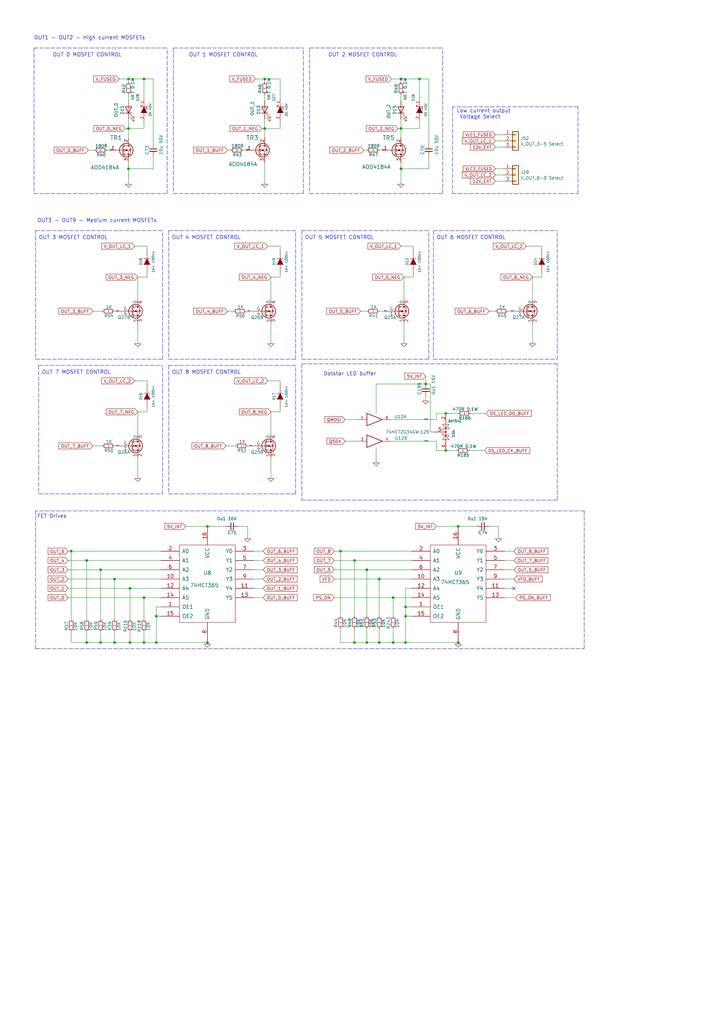
<source format=kicad_sch>
(kicad_sch (version 20211123) (generator eeschema)
  (paper "A3" portrait)
  (title_block (title "Duet 3 Main Board 6XD") (date "2023-02-22") (rev "1.01") (company "Duet3d") (comment 1 "(c) Duet3D"))
  (junction (at 166.37 263.525))
  (junction (at 164.465 52.705))
  (junction (at 108.585 32.385))
  (junction (at 155.575 263.525))
  (junction (at 46.99 263.525))
  (junction (at 108.585 52.705))
  (junction (at 187.96 263.525))
  (junction (at 59.055 263.525))
  (junction (at 41.275 263.525))
  (junction (at 161.29 263.525))
  (junction (at 59.055 32.385))
  (junction (at 172.085 32.385))
  (junction (at 150.495 263.525))
  (junction (at 85.09 215.9))
  (junction (at 35.56 263.525))
  (junction (at 166.37 252.73))
  (junction (at 52.705 32.385))
  (junction (at 150.495 233.68))
  (junction (at 155.575 237.49))
  (junction (at 182.88 184.785))
  (junction (at 35.56 229.87))
  (junction (at 182.88 169.545))
  (junction (at 53.34 263.525))
  (junction (at 161.29 245.11))
  (junction (at 52.705 52.705))
  (junction (at 145.415 263.525))
  (junction (at 164.465 32.385))
  (junction (at 53.34 241.3))
  (junction (at 59.055 245.11))
  (junction (at 85.09 263.525))
  (junction (at 64.135 263.525))
  (junction (at 29.21 226.06))
  (junction (at 166.37 248.92))
  (junction (at 64.135 252.73))
  (junction (at 46.99 237.49))
  (junction (at 164.465 69.215))
  (junction (at 187.96 215.9))
  (junction (at 52.705 69.215))
  (junction (at 174.625 157.48))
  (junction (at 41.275 233.68))
  (junction (at 145.415 229.87))
  (junction (at 139.7 226.06))
  (no_connect (at 210.82 241.3))
  (wire (pts (xy 164.465 52.705) (xy 172.085 52.705)))
  (wire (pts (xy 187.96 169.545) (xy 182.88 169.545)))
  (wire (pts (xy 59.055 52.705) (xy 59.055 50.165)))
  (wire (pts (xy 27.94 233.68) (xy 41.275 233.68)))
  (wire (pts (xy 155.575 252.73) (xy 155.575 237.49)))
  (wire (pts (xy 29.21 254) (xy 29.21 226.06)))
  (wire (pts (xy 175.895 32.385) (xy 175.895 59.055)))
  (wire (pts (xy 27.94 229.87) (xy 35.56 229.87)))
  (wire (pts (xy 85.09 263.525) (xy 85.09 262.89)))
  (wire (pts (xy 139.7 263.525) (xy 145.415 263.525)))
  (wire (pts (xy 165.735 113.665) (xy 165.735 122.555)))
  (wire (pts (xy 154.305 157.48) (xy 174.625 157.48)))
  (wire (pts (xy 27.94 237.49) (xy 46.99 237.49)))
  (wire (pts (xy 137.16 245.11) (xy 161.29 245.11)))
  (wire (pts (xy 35.56 263.525) (xy 29.21 263.525)))
  (polyline (pts (xy 175.895 147.32) (xy 175.895 94.615)))
  (wire (pts (xy 60.325 156.21) (xy 55.245 156.21)))
  (wire (pts (xy 166.37 252.73) (xy 166.37 263.525)))
  (wire (pts (xy 161.29 245.11) (xy 168.91 245.11)))
  (wire (pts (xy 114.935 168.91) (xy 114.935 167.64)))
  (wire (pts (xy 52.705 66.675) (xy 52.705 69.215)))
  (wire (pts (xy 211.455 245.11) (xy 207.01 245.11)))
  (wire (pts (xy 166.37 248.92) (xy 166.37 252.73)))
  (wire (pts (xy 166.37 252.73) (xy 168.91 252.73)))
  (wire (pts (xy 179.07 172.085) (xy 179.07 169.545)))
  (wire (pts (xy 38.1 127.635) (xy 41.91 127.635)))
  (wire (pts (xy 41.275 263.525) (xy 35.56 263.525)))
  (polyline (pts (xy 127 79.375) (xy 181.61 79.375)))
  (wire (pts (xy 52.705 32.385) (xy 52.705 33.655)))
  (wire (pts (xy 41.275 254) (xy 41.275 233.68)))
  (wire (pts (xy 206.375 74.295) (xy 203.2 74.295)))
  (wire (pts (xy 56.515 168.91) (xy 60.325 168.91)))
  (polyline (pts (xy 71.12 19.685) (xy 124.46 19.685)))
  (polyline (pts (xy 123.825 94.615) (xy 123.825 147.32)))
  (wire (pts (xy 99.695 61.595) (xy 100.965 61.595)))
  (polyline (pts (xy 127 19.685) (xy 127 79.375)))
  (wire (pts (xy 114.935 52.705) (xy 114.935 50.165)))
  (wire (pts (xy 199.39 169.545) (xy 193.04 169.545)))
  (wire (pts (xy 35.56 229.87) (xy 66.04 229.87)))
  (wire (pts (xy 206.375 71.755) (xy 203.2 71.755)))
  (wire (pts (xy 107.95 245.11) (xy 104.14 245.11)))
  (polyline (pts (xy 177.8 147.32) (xy 228.6 147.32)))
  (wire (pts (xy 27.94 245.11) (xy 59.055 245.11)))
  (polyline (pts (xy 14.605 94.615) (xy 14.605 147.32)))
  (wire (pts (xy 145.415 229.87) (xy 168.91 229.87)))
  (wire (pts (xy 52.705 48.895) (xy 52.705 52.705)))
  (wire (pts (xy 64.135 263.525) (xy 85.09 263.525)))
  (wire (pts (xy 64.135 252.73) (xy 66.04 252.73)))
  (wire (pts (xy 108.585 32.385) (xy 108.585 33.655)))
  (wire (pts (xy 172.085 32.385) (xy 175.895 32.385)))
  (wire (pts (xy 45.085 61.595) (xy 43.815 61.595)))
  (wire (pts (xy 56.515 168.91) (xy 56.515 177.8)))
  (wire (pts (xy 179.07 215.9) (xy 187.96 215.9)))
  (wire (pts (xy 107.95 237.49) (xy 104.14 237.49)))
  (wire (pts (xy 64.135 263.525) (xy 59.055 263.525)))
  (wire (pts (xy 174.625 162.56) (xy 174.625 164.465)))
  (wire (pts (xy 52.705 38.735) (xy 52.705 41.275)))
  (wire (pts (xy 114.935 157.48) (xy 114.935 156.21)))
  (wire (pts (xy 60.325 113.665) (xy 60.325 112.395)))
  (wire (pts (xy 200.66 215.9) (xy 204.47 215.9)))
  (polyline (pts (xy 69.215 149.86) (xy 69.215 202.565)))
  (wire (pts (xy 172.085 40.005) (xy 172.085 32.385)))
  (wire (pts (xy 38.1 182.88) (xy 41.91 182.88)))
  (wire (pts (xy 154.305 183.515) (xy 154.305 189.865)))
  (wire (pts (xy 41.275 233.68) (xy 66.04 233.68)))
  (polyline (pts (xy 69.215 94.615) (xy 69.215 147.32)))
  (wire (pts (xy 155.575 237.49) (xy 168.91 237.49)))
  (wire (pts (xy 164.465 69.215) (xy 164.465 75.565)))
  (polyline (pts (xy 69.215 94.615) (xy 121.285 94.615)))
  (polyline (pts (xy 228.6 149.225) (xy 123.825 149.225)))
  (wire (pts (xy 46.99 263.525) (xy 41.275 263.525)))
  (wire (pts (xy 111.125 168.91) (xy 114.935 168.91)))
  (polyline (pts (xy 124.46 79.375) (xy 124.46 19.685)))
  (polyline (pts (xy 14.605 147.32) (xy 66.675 147.32)))
  (polyline (pts (xy 15.875 149.86) (xy 15.875 202.565)))
  (wire (pts (xy 179.07 169.545) (xy 182.88 169.545)))
  (wire (pts (xy 164.465 66.675) (xy 164.465 69.215)))
  (polyline (pts (xy 239.649 266.065) (xy 239.649 209.55)))
  (wire (pts (xy 150.495 252.73) (xy 150.495 233.68)))
  (polyline (pts (xy 239.649 209.55) (xy 14.605 209.55)))
  (wire (pts (xy 218.44 132.715) (xy 218.44 140.97)))
  (wire (pts (xy 46.99 127.635) (xy 48.895 127.635)))
  (wire (pts (xy 175.895 64.135) (xy 175.895 69.215)))
  (polyline (pts (xy 228.6 147.32) (xy 228.6 94.615)))
  (polyline (pts (xy 69.215 147.32) (xy 121.285 147.32)))
  (polyline (pts (xy 14.605 266.065) (xy 239.649 266.065)))
  (wire (pts (xy 161.29 257.81) (xy 161.29 263.525)))
  (wire (pts (xy 204.47 215.9) (xy 204.47 220.98)))
  (wire (pts (xy 114.935 102.235) (xy 114.935 100.965)))
  (wire (pts (xy 165.735 113.665) (xy 169.545 113.665)))
  (wire (pts (xy 187.325 184.785) (xy 182.88 184.785)))
  (wire (pts (xy 107.95 229.87) (xy 104.14 229.87)))
  (polyline (pts (xy 127 19.685) (xy 181.61 19.685)))
  (wire (pts (xy 60.325 100.965) (xy 55.245 100.965)))
  (wire (pts (xy 174.625 157.48) (xy 174.625 154.305)))
  (wire (pts (xy 62.865 69.215) (xy 52.705 69.215)))
  (wire (pts (xy 169.545 113.665) (xy 169.545 112.395)))
  (wire (pts (xy 56.515 187.96) (xy 56.515 196.215)))
  (wire (pts (xy 36.195 61.595) (xy 38.735 61.595)))
  (wire (pts (xy 203.2 55.245) (xy 206.375 55.245)))
  (wire (pts (xy 114.935 156.21) (xy 109.855 156.21)))
  (wire (pts (xy 108.585 48.895) (xy 108.585 52.705)))
  (wire (pts (xy 169.545 102.235) (xy 169.545 100.965)))
  (wire (pts (xy 64.135 248.92) (xy 64.135 252.73)))
  (wire (pts (xy 114.935 113.665) (xy 114.935 112.395)))
  (wire (pts (xy 92.71 182.88) (xy 96.52 182.88)))
  (wire (pts (xy 85.09 215.9) (xy 92.71 215.9)))
  (wire (pts (xy 155.575 127.635) (xy 158.115 127.635)))
  (wire (pts (xy 114.935 40.005) (xy 114.935 32.385)))
  (wire (pts (xy 172.085 52.705) (xy 172.085 50.165)))
  (polyline (pts (xy 71.12 19.685) (xy 71.12 79.375)))
  (wire (pts (xy 111.125 113.665) (xy 114.935 113.665)))
  (polyline (pts (xy 69.215 202.565) (xy 121.285 202.565)))
  (wire (pts (xy 207.01 241.3) (xy 210.82 241.3)))
  (wire (pts (xy 107.95 233.68) (xy 104.14 233.68)))
  (wire (pts (xy 35.56 254) (xy 35.56 229.87)))
  (wire (pts (xy 100.965 127.635) (xy 103.505 127.635)))
  (wire (pts (xy 166.37 248.92) (xy 166.37 241.3)))
  (wire (pts (xy 62.865 32.385) (xy 62.865 59.055)))
  (wire (pts (xy 149.225 61.595) (xy 150.495 61.595)))
  (wire (pts (xy 176.53 177.165) (xy 177.8 177.165)))
  (wire (pts (xy 60.325 168.91) (xy 60.325 167.64)))
  (polyline (pts (xy 123.825 205.105) (xy 228.6 205.105)))
  (wire (pts (xy 156.845 61.595) (xy 155.575 61.595)))
  (wire (pts (xy 137.16 226.06) (xy 139.7 226.06)))
  (wire (pts (xy 175.895 69.215) (xy 164.465 69.215)))
  (wire (pts (xy 76.2 215.9) (xy 85.09 215.9)))
  (polyline (pts (xy 15.875 149.86) (xy 66.675 149.86)))
  (wire (pts (xy 160.655 172.085) (xy 179.07 172.085)))
  (wire (pts (xy 206.375 57.785) (xy 203.2 57.785)))
  (polyline (pts (xy 123.825 147.32) (xy 175.895 147.32)))
  (wire (pts (xy 179.07 184.785) (xy 182.88 184.785)))
  (wire (pts (xy 218.44 113.665) (xy 222.25 113.665)))
  (wire (pts (xy 52.705 56.515) (xy 52.705 52.705)))
  (wire (pts (xy 222.25 100.965) (xy 215.9 100.965)))
  (polyline (pts (xy 185.674 79.375) (xy 237.109 79.375)))
  (wire (pts (xy 114.935 100.965) (xy 109.855 100.965)))
  (wire (pts (xy 179.07 180.975) (xy 179.07 184.785)))
  (polyline (pts (xy 123.825 94.615) (xy 175.895 94.615)))
  (wire (pts (xy 111.125 168.91) (xy 111.125 177.8)))
  (wire (pts (xy 27.94 226.06) (xy 29.21 226.06)))
  (wire (pts (xy 59.055 254) (xy 59.055 245.11)))
  (wire (pts (xy 46.99 254) (xy 46.99 237.49)))
  (polyline (pts (xy 14.605 94.615) (xy 66.675 94.615)))
  (wire (pts (xy 59.055 32.385) (xy 62.865 32.385)))
  (wire (pts (xy 107.95 226.06) (xy 104.14 226.06)))
  (wire (pts (xy 187.96 264.16) (xy 187.96 263.525)))
  (polyline (pts (xy 13.97 79.375) (xy 68.58 79.375)))
  (wire (pts (xy 187.96 263.525) (xy 187.96 262.89)))
  (polyline (pts (xy 121.285 147.32) (xy 121.285 94.615)))
  (wire (pts (xy 108.585 66.675) (xy 108.585 75.565)))
  (polyline (pts (xy 14.605 209.55) (xy 14.605 266.065)))
  (wire (pts (xy 155.575 257.81) (xy 155.575 263.525)))
  (wire (pts (xy 108.585 52.705) (xy 107.315 52.705)))
  (wire (pts (xy 85.09 264.16) (xy 85.09 263.525)))
  (wire (pts (xy 207.01 233.68) (xy 210.82 233.68)))
  (wire (pts (xy 56.515 132.715) (xy 56.515 140.97)))
  (polyline (pts (xy 68.58 79.375) (xy 68.58 19.685)))
  (wire (pts (xy 137.16 229.87) (xy 145.415 229.87)))
  (wire (pts (xy 169.545 100.965) (xy 164.465 100.965)))
  (polyline (pts (xy 15.875 202.565) (xy 66.675 202.565)))
  (wire (pts (xy 155.575 263.525) (xy 161.29 263.525)))
  (polyline (pts (xy 66.675 147.32) (xy 66.675 94.615)))
  (polyline (pts (xy 121.285 202.565) (xy 121.285 149.86)))
  (wire (pts (xy 111.125 113.665) (xy 111.125 122.555)))
  (polyline (pts (xy 71.12 79.375) (xy 124.46 79.375)))
  (wire (pts (xy 101.6 215.9) (xy 101.6 220.98)))
  (wire (pts (xy 59.055 245.11) (xy 66.04 245.11)))
  (wire (pts (xy 206.375 60.325) (xy 203.2 60.325)))
  (wire (pts (xy 137.16 237.49) (xy 155.575 237.49)))
  (wire (pts (xy 164.465 56.515) (xy 164.465 52.705)))
  (wire (pts (xy 160.655 180.975) (xy 179.07 180.975)))
  (wire (pts (xy 59.055 40.005) (xy 59.055 32.385)))
  (wire (pts (xy 174.625 157.48) (xy 176.53 157.48)))
  (wire (pts (xy 218.44 113.665) (xy 218.44 122.555)))
  (wire (pts (xy 200.66 127.635) (xy 203.2 127.635)))
  (wire (pts (xy 208.28 127.635) (xy 210.82 127.635)))
  (wire (pts (xy 97.79 215.9) (xy 101.6 215.9)))
  (wire (pts (xy 145.415 263.525) (xy 150.495 263.525)))
  (wire (pts (xy 111.125 132.715) (xy 111.125 140.97)))
  (wire (pts (xy 141.605 180.975) (xy 146.685 180.975)))
  (wire (pts (xy 164.465 52.705) (xy 163.195 52.705)))
  (polyline (pts (xy 185.674 43.815) (xy 185.674 79.375)))
  (wire (pts (xy 150.495 233.68) (xy 168.91 233.68)))
  (wire (pts (xy 60.325 157.48) (xy 60.325 156.21)))
  (wire (pts (xy 29.21 259.08) (xy 29.21 263.525)))
  (wire (pts (xy 160.655 32.385) (xy 164.465 32.385)))
  (wire (pts (xy 187.96 215.9) (xy 195.58 215.9)))
  (wire (pts (xy 154.305 157.48) (xy 154.305 169.545)))
  (wire (pts (xy 108.585 32.385) (xy 114.935 32.385)))
  (wire (pts (xy 46.99 237.49) (xy 66.04 237.49)))
  (wire (pts (xy 93.345 61.595) (xy 94.615 61.595)))
  (wire (pts (xy 164.465 48.895) (xy 164.465 52.705)))
  (wire (pts (xy 150.495 263.525) (xy 155.575 263.525)))
  (wire (pts (xy 222.25 102.235) (xy 222.25 100.965)))
  (polyline (pts (xy 177.8 94.615) (xy 228.6 94.615)))
  (wire (pts (xy 137.16 233.68) (xy 150.495 233.68)))
  (wire (pts (xy 66.04 248.92) (xy 64.135 248.92)))
  (wire (pts (xy 161.29 252.73) (xy 161.29 245.11)))
  (wire (pts (xy 56.515 113.665) (xy 56.515 122.555)))
  (wire (pts (xy 203.2 69.215) (xy 206.375 69.215)))
  (wire (pts (xy 53.34 263.525) (xy 46.99 263.525)))
  (wire (pts (xy 52.705 52.705) (xy 51.435 52.705)))
  (wire (pts (xy 53.34 254) (xy 53.34 241.3)))
  (wire (pts (xy 164.465 32.385) (xy 164.465 33.655)))
  (wire (pts (xy 104.775 32.385) (xy 108.585 32.385)))
  (polyline (pts (xy 237.109 43.815) (xy 185.674 43.815)))
  (wire (pts (xy 35.56 259.08) (xy 35.56 263.525)))
  (wire (pts (xy 108.585 56.515) (xy 108.585 52.705)))
  (wire (pts (xy 145.415 257.81) (xy 145.415 263.525)))
  (wire (pts (xy 41.275 259.08) (xy 41.275 263.525)))
  (wire (pts (xy 207.01 237.49) (xy 210.82 237.49)))
  (wire (pts (xy 164.465 32.385) (xy 172.085 32.385)))
  (wire (pts (xy 29.21 226.06) (xy 66.04 226.06)))
  (wire (pts (xy 108.585 52.705) (xy 114.935 52.705)))
  (wire (pts (xy 46.99 182.88) (xy 48.895 182.88)))
  (wire (pts (xy 59.055 263.525) (xy 53.34 263.525)))
  (polyline (pts (xy 69.215 149.86) (xy 121.285 149.86)))
  (wire (pts (xy 64.135 252.73) (xy 64.135 263.525)))
  (wire (pts (xy 207.01 226.06) (xy 210.82 226.06)))
  (polyline (pts (xy 66.675 202.565) (xy 66.675 149.86)))
  (wire (pts (xy 161.29 263.525) (xy 166.37 263.525)))
  (polyline (pts (xy 237.109 79.375) (xy 237.109 43.815)))
  (wire (pts (xy 141.605 172.085) (xy 146.685 172.085)))
  (wire (pts (xy 60.325 102.235) (xy 60.325 100.965)))
  (wire (pts (xy 207.01 229.87) (xy 210.82 229.87)))
  (wire (pts (xy 52.705 52.705) (xy 59.055 52.705)))
  (wire (pts (xy 108.585 38.735) (xy 108.585 41.275)))
  (wire (pts (xy 145.415 252.73) (xy 145.415 229.87)))
  (wire (pts (xy 111.125 187.96) (xy 111.125 196.215)))
  (wire (pts (xy 53.34 241.3) (xy 66.04 241.3)))
  (wire (pts (xy 139.7 257.81) (xy 139.7 263.525)))
  (polyline (pts (xy 177.8 94.615) (xy 177.8 147.32)))
  (wire (pts (xy 139.7 226.06) (xy 168.91 226.06)))
  (wire (pts (xy 165.735 132.715) (xy 165.735 140.97)))
  (wire (pts (xy 150.495 257.81) (xy 150.495 263.525)))
  (polyline (pts (xy 228.6 205.105) (xy 228.6 149.225)))
  (polyline (pts (xy 13.97 19.685) (xy 13.97 79.375)))
  (wire (pts (xy 222.25 113.665) (xy 222.25 112.395)))
  (wire (pts (xy 59.055 259.08) (xy 59.055 263.525)))
  (wire (pts (xy 53.34 259.08) (xy 53.34 263.525)))
  (wire (pts (xy 168.91 248.92) (xy 166.37 248.92)))
  (wire (pts (xy 166.37 263.525) (xy 187.96 263.525)))
  (wire (pts (xy 164.465 38.735) (xy 164.465 41.275)))
  (wire (pts (xy 176.53 157.48) (xy 176.53 177.165)))
  (wire (pts (xy 198.755 184.785) (xy 192.405 184.785)))
  (wire (pts (xy 56.515 113.665) (xy 60.325 113.665)))
  (wire (pts (xy 48.895 32.385) (xy 52.705 32.385)))
  (wire (pts (xy 52.705 32.385) (xy 59.055 32.385)))
  (wire (pts (xy 46.99 259.08) (xy 46.99 263.525)))
  (wire (pts (xy 101.6 182.88) (xy 103.505 182.88)))
  (wire (pts (xy 166.37 241.3) (xy 168.91 241.3)))
  (wire (pts (xy 147.955 127.635) (xy 150.495 127.635)))
  (wire (pts (xy 62.865 64.135) (xy 62.865 69.215)))
  (wire (pts (xy 107.95 241.3) (xy 104.14 241.3)))
  (wire (pts (xy 139.7 252.73) (xy 139.7 226.06)))
  (wire (pts (xy 52.705 69.215) (xy 52.705 75.565)))
  (polyline (pts (xy 181.61 79.375) (xy 181.61 19.685)))
  (wire (pts (xy 27.94 241.3) (xy 53.34 241.3)))
  (polyline (pts (xy 123.825 149.225) (xy 123.825 205.105)))
  (polyline (pts (xy 13.97 19.685) (xy 68.58 19.685)))
  (wire (pts (xy 93.345 127.635) (xy 95.885 127.635)))
  (text "Dotstar LED buffer" (at 132.715 154.305 0) (effects (font (size 1.524 1.524)) (justify left bottom)))
  (text "OUT 0 MOSFET CONTROL" (at 21.59 23.495 0) (effects (font (size 1.524 1.524)) (justify left bottom)))
  (text "OUT 7 MOSFET CONTROL" (at 17.145 153.67 0) (effects (font (size 1.524 1.524)) (justify left bottom)))
  (text "OUT3 - OUT9 - Medium current MOSFETs" (at 15.24 91.44 0) (effects (font (size 1.524 1.524)) (justify left bottom)))
  (text "OUT 2 MOSFET CONTROL" (at 134.62 23.495 0) (effects (font (size 1.524 1.524)) (justify left bottom)))
  (text "OUT 5 MOSFET CONTROL" (at 125.095 98.425 0) (effects (font (size 1.524 1.524)) (justify left bottom)))
  (text "OUT 8 MOSFET CONTROL" (at 70.485 153.67 0) (effects (font (size 1.524 1.524)) (justify left bottom)))
  (text "OUT 6 MOSFET CONTROL" (at 179.07 98.425 0) (effects (font (size 1.524 1.524)) (justify left bottom)))
  (text "FET Drives" (at 15.24 212.725 0) (effects (font (size 1.524 1.524)) (justify left bottom)))
  (text "OUT 4 MOSFET CONTROL" (at 70.485 98.425 0) (effects (font (size 1.524 1.524)) (justify left bottom)))
  (text "OUT 3 MOSFET CONTROL" (at 15.875 98.425 0) (effects (font (size 1.524 1.524)) (justify left bottom)))
  (text "OUT 1 MOSFET CONTROL" (at 77.47 23.495 0) (effects (font (size 1.524 1.524)) (justify left bottom)))
  (text "Low current output\n Voltage Select" (at 187.325 48.895 0) (effects (font (size 1.524 1.524)) (justify left bottom)))
  (text "OUT1 - OUT2 - High current MOSFETs" (at 13.97 16.51 0) (effects (font (size 1.524 1.524)) (justify left bottom)))
  (label "out3_g" (at 47.625 127.635 0) (effects (font (size 0.2032 0.2032))))
  (label "TR1_G" (at 45.085 61.595 0) (effects (font (size 0.2032 0.2032))))
  (label "out8_g" (at 102.235 182.88 0) (effects (font (size 0.2032 0.2032))))
  (label "U12_OUTB" (at 173.99 180.975 0) (effects (font (size 0.2032 0.2032))))
  (label "out7_g" (at 47.625 182.88 0) (effects (font (size 0.2032 0.2032))))
  (label "U12_OUTA" (at 173.99 172.085 0) (effects (font (size 0.2032 0.2032))))
  (label "TR3_G" (at 100.965 61.595 0) (effects (font (size 0.2032 0.2032))))
  (label "TR5_G" (at 156.845 61.595 0) (effects (font (size 0.2032 0.2032))))
  (label "out6_g" (at 209.55 127.635 0) (effects (font (size 0.2032 0.2032))))
  (label "out4_g" (at 101.6 127.635 0) (effects (font (size 0.2032 0.2032))))
  (label "out5_g" (at 157.48 127.635 0) (effects (font (size 0.2032 0.2032))))
  (global_label "QMOSI" (shape input) (at 141.605 172.085 180) (property "Intersheet References" "${INTERSHEET_REFS}" (effects hide)))
  (global_label "DS_LED_DO_BUFF" (shape input) (at 199.39 169.545 0) (property "Intersheet References" "${INTERSHEET_REFS}" (effects hide)))
  (global_label "OUT_6_BUFF" (shape input) (at 107.95 226.06 0) (property "Intersheet References" "${INTERSHEET_REFS}" (effects hide)))
  (global_label "OUT_1_BUFF" (shape input) (at 107.95 241.3 0) (property "Intersheet References" "${INTERSHEET_REFS}" (effects hide)))
  (global_label "OUT_6_NEG" (shape input) (at 218.44 113.665 180) (property "Intersheet References" "${INTERSHEET_REFS}" (effects hide)))
  (global_label "OUT_8_BUFF" (shape input) (at 92.71 182.88 180) (property "Intersheet References" "${INTERSHEET_REFS}" (effects hide)))
  (global_label "OUT_7" (shape input) (at 137.16 229.87 180) (property "Intersheet References" "${INTERSHEET_REFS}" (effects hide)))
  (global_label "V_FUSED" (shape input) (at 160.655 32.385 180) (property "Intersheet References" "${INTERSHEET_REFS}" (effects hide)))
  (global_label "VFD_BUFF" (shape input) (at 210.82 237.49 0) (property "Intersheet References" "${INTERSHEET_REFS}" (effects hide)))
  (global_label "5V_INT" (shape input) (at 76.2 215.9 180) (property "Intersheet References" "${INTERSHEET_REFS}" (effects hide)))
  (global_label "OUT_5_BUFF" (shape input) (at 210.82 233.68 0) (property "Intersheet References" "${INTERSHEET_REFS}" (effects hide)))
  (global_label "OUT_4_BUFF" (shape input) (at 107.95 229.87 0) (property "Intersheet References" "${INTERSHEET_REFS}" (effects hide)))
  (global_label "OUT_4_BUFF" (shape input) (at 93.345 127.635 180) (property "Intersheet References" "${INTERSHEET_REFS}" (effects hide)))
  (global_label "OUT_0" (shape input) (at 27.94 245.11 180) (property "Intersheet References" "${INTERSHEET_REFS}" (effects hide)))
  (global_label "12V_EXT" (shape input) (at 203.2 74.295 180) (property "Intersheet References" "${INTERSHEET_REFS}" (effects hide)))
  (global_label "OUT_5_NEG" (shape input) (at 165.735 113.665 180) (property "Intersheet References" "${INTERSHEET_REFS}" (effects hide)))
  (global_label "V_OUT_LC_1" (shape input) (at 109.855 100.965 180) (property "Intersheet References" "${INTERSHEET_REFS}" (effects hide)))
  (global_label "OUT_2" (shape input) (at 27.94 237.49 180) (property "Intersheet References" "${INTERSHEET_REFS}" (effects hide)))
  (global_label "OUT_8_BUFF" (shape input) (at 210.82 226.06 0) (property "Intersheet References" "${INTERSHEET_REFS}" (effects hide)))
  (global_label "OUT_5_BUFF" (shape input) (at 147.955 127.635 180) (property "Intersheet References" "${INTERSHEET_REFS}" (effects hide)))
  (global_label "V_OUT_LC_2" (shape input) (at 109.855 156.21 180) (property "Intersheet References" "${INTERSHEET_REFS}" (effects hide)))
  (global_label "QSCK" (shape input) (at 141.605 180.975 180) (property "Intersheet References" "${INTERSHEET_REFS}" (effects hide)))
  (global_label "VLC2_FUSED" (shape input) (at 203.2 69.215 180) (effects (font (size 1.1938 1.1938))) (property "Intersheet References" "${INTERSHEET_REFS}" (effects hide)))
  (global_label "V_OUT_LC_2" (shape input) (at 55.245 156.21 180) (property "Intersheet References" "${INTERSHEET_REFS}" (effects hide)))
  (global_label "OUT_1_BUFF" (shape input) (at 93.345 61.595 180) (property "Intersheet References" "${INTERSHEET_REFS}" (effects hide)))
  (global_label "OUT_6" (shape input) (at 27.94 226.06 180) (property "Intersheet References" "${INTERSHEET_REFS}" (effects hide)))
  (global_label "OUT_7_NEG" (shape input) (at 56.515 168.91 180) (property "Intersheet References" "${INTERSHEET_REFS}" (effects hide)))
  (global_label "OUT_2_BUFF" (shape input) (at 107.95 237.49 0) (property "Intersheet References" "${INTERSHEET_REFS}" (effects hide)))
  (global_label "OUT_2_NEG" (shape input) (at 163.195 52.705 180) (property "Intersheet References" "${INTERSHEET_REFS}" (effects hide)))
  (global_label "DS_LED_CK_BUFF" (shape input) (at 198.755 184.785 0) (property "Intersheet References" "${INTERSHEET_REFS}" (effects hide)))
  (global_label "OUT_3_BUFF" (shape input) (at 38.1 127.635 180) (property "Intersheet References" "${INTERSHEET_REFS}" (effects hide)))
  (global_label "OUT_2_BUFF" (shape input) (at 149.225 61.595 180) (property "Intersheet References" "${INTERSHEET_REFS}" (effects hide)))
  (global_label "OUT_3_BUFF" (shape input) (at 107.95 233.68 0) (property "Intersheet References" "${INTERSHEET_REFS}" (effects hide)))
  (global_label "OUT_8" (shape input) (at 137.16 226.06 180) (property "Intersheet References" "${INTERSHEET_REFS}" (effects hide)))
  (global_label "V_OUT_LC_2" (shape input) (at 203.2 71.755 180) (property "Intersheet References" "${INTERSHEET_REFS}" (effects hide)))
  (global_label "V_OUT_LC_1" (shape input) (at 55.245 100.965 180) (property "Intersheet References" "${INTERSHEET_REFS}" (effects hide)))
  (global_label "OUT_6_BUFF" (shape input) (at 200.66 127.635 180) (property "Intersheet References" "${INTERSHEET_REFS}" (effects hide)))
  (global_label "5V_INT" (shape input) (at 179.07 215.9 180) (property "Intersheet References" "${INTERSHEET_REFS}" (effects hide)))
  (global_label "V_FUSED" (shape input) (at 48.895 32.385 180) (property "Intersheet References" "${INTERSHEET_REFS}" (effects hide)))
  (global_label "V_OUT_LC_1" (shape input) (at 203.2 57.785 180) (property "Intersheet References" "${INTERSHEET_REFS}" (effects hide)))
  (global_label "PS_ON" (shape input) (at 137.16 245.11 180) (property "Intersheet References" "${INTERSHEET_REFS}" (effects hide)))
  (global_label "VLC1_FUSED" (shape input) (at 203.2 55.245 180) (effects (font (size 1.1938 1.1938))) (property "Intersheet References" "${INTERSHEET_REFS}" (effects hide)))
  (global_label "V_FUSED" (shape input) (at 104.775 32.385 180) (property "Intersheet References" "${INTERSHEET_REFS}" (effects hide)))
  (global_label "OUT_5" (shape input) (at 137.16 233.68 180) (property "Intersheet References" "${INTERSHEET_REFS}" (effects hide)))
  (global_label "OUT_0_BUFF" (shape input) (at 107.95 245.11 0) (property "Intersheet References" "${INTERSHEET_REFS}" (effects hide)))
  (global_label "OUT_4_NEG" (shape input) (at 111.125 113.665 180) (property "Intersheet References" "${INTERSHEET_REFS}" (effects hide)))
  (global_label "OUT_0_BUFF" (shape input) (at 36.195 61.595 180) (property "Intersheet References" "${INTERSHEET_REFS}" (effects hide)))
  (global_label "OUT_3_NEG" (shape input) (at 56.515 113.665 180) (property "Intersheet References" "${INTERSHEET_REFS}" (effects hide)))
  (global_label "VFD" (shape input) (at 137.16 237.49 180) (property "Intersheet References" "${INTERSHEET_REFS}" (effects hide)))
  (global_label "OUT_8_NEG" (shape input) (at 111.125 168.91 180) (property "Intersheet References" "${INTERSHEET_REFS}" (effects hide)))
  (global_label "OUT_1" (shape input) (at 27.94 241.3 180) (property "Intersheet References" "${INTERSHEET_REFS}" (effects hide)))
  (global_label "OUT_7_BUFF" (shape input) (at 38.1 182.88 180) (property "Intersheet References" "${INTERSHEET_REFS}" (effects hide)))
  (global_label "OUT_1_NEG" (shape input) (at 107.315 52.705 180) (property "Intersheet References" "${INTERSHEET_REFS}" (effects hide)))
  (global_label "V_OUT_LC_2" (shape input) (at 215.9 100.965 180) (property "Intersheet References" "${INTERSHEET_REFS}" (effects hide)))
  (global_label "5V_INT" (shape input) (at 174.625 154.305 180) (property "Intersheet References" "${INTERSHEET_REFS}" (effects hide)))
  (global_label "V_OUT_LC_1" (shape input) (at 164.465 100.965 180) (property "Intersheet References" "${INTERSHEET_REFS}" (effects hide)))
  (global_label "12V_EXT" (shape input) (at 203.2 60.325 180) (property "Intersheet References" "${INTERSHEET_REFS}" (effects hide)))
  (global_label "OUT_3" (shape input) (at 27.94 233.68 180) (property "Intersheet References" "${INTERSHEET_REFS}" (effects hide)))
  (global_label "OUT_7_BUFF" (shape input) (at 210.82 229.87 0) (property "Intersheet References" "${INTERSHEET_REFS}" (effects hide)))
  (global_label "PS_ON_BUFF" (shape input) (at 211.455 245.11 0) (property "Intersheet References" "${INTERSHEET_REFS}" (effects hide)))
  (global_label "OUT_4" (shape input) (at 27.94 229.87 180) (property "Intersheet References" "${INTERSHEET_REFS}" (effects hide)))
  (global_label "OUT_0_NEG" (shape input) (at 51.435 52.705 180) (property "Intersheet References" "${INTERSHEET_REFS}" (effects hide)))
  (symbol (lib_name "GND_9") (lib_id "Duet3:GND") (at 165.735 140.97 0) (unit 1)
    (property "Reference" "#PWR055" (effects hide))
    (property "Value" "GND" (effects hide))
  )
  (symbol (lib_id "Device:R_Small") (at 46.99 256.54 180) (unit 1)
    (property "Reference" "R39" (at 45.085 256.7432 90))
    (property "Value" "10K" (at 48.7172 256.8448 90))
    (property "Footprint" "Resistor_SMD:R_0402_1005Metric_Wbry" (effects hide))
    (property "Datasheet" "~" (at 46.99 256.54 0) (effects (font (size 1.524 1.524))))
    (property "Part Number" "RMCS0402FT10K0" (effects hide))
  )
  (symbol (lib_id "Device:R_Small") (at 153.035 127.635 270) (unit 1)
    (property "Reference" "R41" (at 153.2382 129.54 90))
    (property "Value" "1K" (at 153.3398 125.9078 90))
    (property "Footprint" "Resistor_SMD:R_0402_1005Metric_Wbry" (effects hide))
    (property "Datasheet" "~" (at 153.035 127.635 0) (effects (font (size 1.524 1.524))))
    (property "Part Number" "RC0402FR-131KL" (effects hide))
  )
  (symbol (lib_id "Duet3:DIODE") (at 169.545 107.315 90) (unit 1)
    (property "Reference" "D12" (at 167.005 107.315 0) (effects (font (size 1.016 1.016))))
    (property "Value" "1A+ 100V+" (at 172.085 107.315 0) (effects (font (size 1.016 1.016))))
    (property "Footprint" "complib:DO-219AB" (effects hide))
    (property "Part Number" "VS-1EFH02HM3/I /  ES1CL RVG" (effects hide))
  )
  (symbol (lib_id "Device:C_Small") (at 95.25 215.9 90) (unit 1)
    (property "Reference" "C71" (at 97.155 218.44 90) (effects (justify left)))
    (property "Value" "0u1 16V" (at 97.155 212.725 90) (effects (justify left)))
    (property "Footprint" "Capacitor_SMD:C_0402_1005Metric_Wbry" (effects hide))
    (property "Part Number" "0402YC104KAT2A" (effects hide))
  )
  (symbol (lib_name "GND_6") (lib_id "Duet3:GND") (at 101.6 220.98 0) (unit 1)
    (property "Reference" "#PWR057" (effects hide))
    (property "Value" "GND" (effects hide))
  )
  (symbol (lib_name "GND_11") (lib_id "Duet3:GND") (at 218.44 140.97 0) (unit 1)
    (property "Reference" "#PWR059" (effects hide))
    (property "Value" "GND" (effects hide))
  )
  (symbol (lib_id "Device:R_Small") (at 139.7 255.27 180) (unit 1)
    (property "Reference" "R44" (at 137.795 255.4732 90))
    (property "Value" "10K" (at 141.4272 255.5748 90))
    (property "Footprint" "Resistor_SMD:R_0402_1005Metric_Wbry" (effects hide))
    (property "Datasheet" "~" (at 139.7 255.27 0) (effects (font (size 1.524 1.524))))
    (property "Part Number" "RMCS0402FT10K0" (effects hide))
  )
  (symbol (lib_id "Device:R_Small") (at 205.74 127.635 270) (unit 1)
    (property "Reference" "R45" (at 205.9432 129.54 90))
    (property "Value" "1K" (at 206.0448 125.9078 90))
    (property "Footprint" "Resistor_SMD:R_0402_1005Metric_Wbry" (effects hide))
    (property "Datasheet" "~" (at 205.74 127.635 0) (effects (font (size 1.524 1.524))))
    (property "Part Number" "RC0402FR-131KL" (effects hide))
  )
  (symbol (lib_id "Duet3:DIODE") (at 222.25 107.315 90) (unit 1)
    (property "Reference" "D14" (at 219.71 107.315 0) (effects (font (size 1.016 1.016))))
    (property "Value" "1A+ 100V+" (at 224.79 107.315 0) (effects (font (size 1.016 1.016))))
    (property "Footprint" "complib:DO-219AB" (effects hide))
    (property "Part Number" "VS-1EFH02HM3/I /  ES1CL RVG" (effects hide))
  )
  (symbol (lib_name "GND_3") (lib_id "Duet3:GND") (at 56.515 196.215 0) (unit 1)
    (property "Reference" "#PWR061" (effects hide))
    (property "Value" "GND" (effects hide))
  )
  (symbol (lib_id "Device:R_Small") (at 145.415 255.27 180) (unit 1)
    (property "Reference" "R48" (at 143.51 255.4732 90))
    (property "Value" "10K" (at 147.1422 255.5748 90))
    (property "Footprint" "Resistor_SMD:R_0402_1005Metric_Wbry" (effects hide))
    (property "Datasheet" "~" (at 145.415 255.27 0) (effects (font (size 1.524 1.524))))
    (property "Part Number" "RMCS0402FT10K0" (effects hide))
  )
  (symbol (lib_id "Device:R_Small") (at 44.45 182.88 270) (unit 1)
    (property "Reference" "R50" (at 44.6532 184.785 90))
    (property "Value" "1K" (at 44.7548 181.1528 90))
    (property "Footprint" "Resistor_SMD:R_0402_1005Metric_Wbry" (effects hide))
    (property "Datasheet" "~" (at 44.45 182.88 0) (effects (font (size 1.524 1.524))))
    (property "Part Number" "RC0402FR-131KL" (effects hide))
  )
  (symbol (lib_id "Duet3:DIODE") (at 60.325 162.56 90) (unit 1)
    (property "Reference" "D16" (at 57.785 162.56 0) (effects (font (size 1.016 1.016))))
    (property "Value" "1A+ 100V+" (at 62.865 162.56 0) (effects (font (size 1.016 1.016))))
    (property "Footprint" "complib:DO-219AB" (effects hide))
    (property "Part Number" "VS-1EFH02HM3/I /  ES1CL RVG" (effects hide))
  )
  (symbol (lib_name "GND_5") (lib_id "Duet3:GND") (at 111.125 196.215 0) (unit 1)
    (property "Reference" "#PWR062" (effects hide))
    (property "Value" "GND" (effects hide))
  )
  (symbol (lib_id "Device:R_Small") (at 150.495 255.27 180) (unit 1)
    (property "Reference" "R51" (at 148.59 255.4732 90))
    (property "Value" "10K" (at 152.2222 255.5748 90))
    (property "Footprint" "Resistor_SMD:R_0402_1005Metric_Wbry" (effects hide))
    (property "Datasheet" "~" (at 150.495 255.27 0) (effects (font (size 1.524 1.524))))
    (property "Part Number" "RMCS0402FT10K0" (effects hide))
  )
  (symbol (lib_id "Device:R_Small") (at 99.06 182.88 270) (unit 1)
    (property "Reference" "R52" (at 99.2632 184.785 90))
    (property "Value" "1K" (at 99.3648 181.1528 90))
    (property "Footprint" "Resistor_SMD:R_0402_1005Metric_Wbry" (effects hide))
    (property "Datasheet" "~" (at 99.06 182.88 0) (effects (font (size 1.524 1.524))))
    (property "Part Number" "RC0402FR-131KL" (effects hide))
  )
  (symbol (lib_id "Duet3:DIODE") (at 114.935 162.56 90) (unit 1)
    (property "Reference" "D17" (at 112.395 162.56 0) (effects (font (size 1.016 1.016))))
    (property "Value" "1A+ 100V+" (at 117.475 162.56 0) (effects (font (size 1.016 1.016))))
    (property "Footprint" "complib:DO-219AB" (effects hide))
    (property "Part Number" "VS-1EFH02HM3/I /  ES1CL RVG" (effects hide))
  )
  (symbol (lib_name "GND_14") (lib_id "Duet3:GND") (at 56.515 140.97 0) (unit 1)
    (property "Reference" "#PWR063" (effects hide))
    (property "Value" "GND" (effects hide))
  )
  (symbol (lib_id "Device:R_Small") (at 155.575 255.27 180) (unit 1)
    (property "Reference" "R53" (at 153.67 255.4732 90))
    (property "Value" "10K" (at 157.3022 255.5748 90))
    (property "Footprint" "Resistor_SMD:R_0402_1005Metric_Wbry" (effects hide))
    (property "Datasheet" "~" (at 155.575 255.27 0) (effects (font (size 1.524 1.524))))
    (property "Part Number" "RMCS0402FT10K0" (effects hide))
  )
  (symbol (lib_id "Device:R_Small") (at 44.45 127.635 270) (unit 1)
    (property "Reference" "R54" (at 44.6532 129.54 90))
    (property "Value" "1K" (at 44.7548 125.9078 90))
    (property "Footprint" "Resistor_SMD:R_0402_1005Metric_Wbry" (effects hide))
    (property "Datasheet" "~" (at 44.45 127.635 0) (effects (font (size 1.524 1.524))))
    (property "Part Number" "RC0402FR-131KL" (effects hide))
  )
  (symbol (lib_id "Duet3:DIODE") (at 60.325 107.315 90) (unit 1)
    (property "Reference" "D18" (at 57.785 107.315 0) (effects (font (size 1.016 1.016))))
    (property "Value" "1A+ 100V+" (at 62.865 107.315 0) (effects (font (size 1.016 1.016))))
    (property "Footprint" "complib:DO-219AB" (effects hide))
    (property "Part Number" "VS-1EFH02HM3/I /  ES1CL RVG" (effects hide))
  )
  (symbol (lib_name "GND_13") (lib_id "Duet3:GND") (at 111.125 140.97 0) (unit 1)
    (property "Reference" "#PWR064" (effects hide))
    (property "Value" "GND" (effects hide))
  )
  (symbol (lib_id "Device:R_Small") (at 98.425 127.635 270) (unit 1)
    (property "Reference" "R56" (at 98.6282 129.54 90))
    (property "Value" "1K" (at 98.7298 125.9078 90))
    (property "Footprint" "Resistor_SMD:R_0402_1005Metric_Wbry" (effects hide))
    (property "Datasheet" "~" (at 98.425 127.635 0) (effects (font (size 1.524 1.524))))
    (property "Part Number" "RC0402FR-131KL" (effects hide))
  )
  (symbol (lib_id "Duet3:DIODE") (at 114.935 107.315 90) (unit 1)
    (property "Reference" "D19" (at 112.395 107.315 0) (effects (font (size 1.016 1.016))))
    (property "Value" "1A+ 100V+" (at 117.475 107.315 0) (effects (font (size 1.016 1.016))))
    (property "Footprint" "complib:DO-219AB" (effects hide))
    (property "Part Number" "VS-1EFH02HM3/I /  ES1CL RVG" (effects hide))
  )
  (symbol (lib_id "Device:Q_NMOS_GDS") (at 50.165 61.595 0) (unit 1)
    (property "Reference" "TR1" (at 47.625 56.515 0) (effects (font (size 1.778 1.778))))
    (property "Value" "AOD4184A" (at 43.053 68.707 0) (effects (font (size 1.524 1.524))))
    (property "Footprint" "Package_TO_SOT_SMD:TO-252-2_vias" (effects hide))
    (property "Part Number" "AOD66406 / AOD4184A " (effects hide))
  )
  (symbol (lib_id "Duet3:GND") (at 52.705 75.565 0) (unit 1)
    (property "Reference" "#PWR054" (effects hide))
    (property "Value" "GND" (effects hide))
  )
  (symbol (lib_id "Device:R_Small") (at 41.275 61.595 270) (unit 1)
    (property "Reference" "R40" (at 41.4782 63.5 90))
    (property "Value" "180R" (at 41.5798 59.8678 90))
    (property "Footprint" "Resistor_SMD:R_0402_1005Metric_Wbry" (effects hide))
    (property "Datasheet" "~" (at 41.275 61.595 0) (effects (font (size 1.524 1.524))))
    (property "Part Number" "RMCF0402FT180R" (effects hide))
  )
  (symbol (lib_id "Device:C_Small") (at 175.895 61.595 0) (unit 1)
    (property "Reference" "C70" (at 173.355 63.5 90) (effects (justify left)))
    (property "Value" "10u 50V" (at 179.07 63.5 90) (effects (justify left)))
    (property "Footprint" "Capacitor_SMD:C_1206_3216Metric" (effects hide))
    (property "Part Number" "CL31A106KBHNNNE" (effects hide))
  )
  (symbol (lib_id "Device:LED") (at 52.705 45.085 90) (unit 1)
    (property "Reference" "D11" (at 50.165 45.085 0))
    (property "Value" "OUT_0" (at 47.625 45.085 0))
    (property "Footprint" "LED_SMD:LED_0603_1608Metric" (effects hide))
    (property "Part Number" "150060RS75000 or equivalent Red" (effects hide))
  )
  (symbol (lib_id "Device:R_Small") (at 52.705 36.195 180) (unit 1)
    (property "Reference" "R42" (at 50.8 36.3982 90))
    (property "Value" "4K7 0.1W" (at 54.4322 36.4998 90))
    (property "Footprint" "Resistor_SMD:R_0402_1005Metric_Wbry" (effects hide))
    (property "Datasheet" "~" (at 52.705 36.195 0) (effects (font (size 1.524 1.524))))
    (property "Part Number" "RK73H1ETTP4701F" (effects hide))
  )
  (symbol (lib_id "Duet3:74HCT365") (at 85.09 237.49 0) (unit 1)
    (property "Reference" "U8" (at 85.09 234.95 0) (effects (font (size 1.524 1.524))))
    (property "Value" "74HCT365" (at 83.82 240.03 0) (effects (font (size 1.524 1.524))))
    (property "Footprint" "Package_SO:TSSOP-16_4.4x5mm_P0.65mm" (effects hide))
    (property "Part Number" "MC74HCT365ADTR2G" (effects hide))
  )
  (symbol (lib_id "Device:Q_NMOS_GDS") (at 106.045 61.595 0) (unit 1)
    (property "Reference" "TR3" (at 103.505 56.515 0) (effects (font (size 1.778 1.778))))
    (property "Value" "AOD4184A" (at 99.695 67.31 0) (effects (font (size 1.524 1.524))))
    (property "Footprint" "Package_TO_SOT_SMD:TO-252-2_vias" (effects hide))
    (property "Part Number" "AOD66406 / AOD4184A " (effects hide))
  )
  (symbol (lib_name "GND_8") (lib_id "Duet3:GND") (at 108.585 75.565 0) (unit 1)
    (property "Reference" "#PWR058" (effects hide))
    (property "Value" "GND" (effects hide))
  )
  (symbol (lib_id "Device:R_Small") (at 97.155 61.595 270) (unit 1)
    (property "Reference" "R43" (at 97.3582 63.5 90))
    (property "Value" "180R" (at 97.4598 59.8678 90))
    (property "Footprint" "Resistor_SMD:R_0402_1005Metric_Wbry" (effects hide))
    (property "Datasheet" "~" (at 97.155 61.595 0) (effects (font (size 1.524 1.524))))
    (property "Part Number" "RMCF0402FT180R" (effects hide))
  )
  (symbol (lib_id "Device:LED") (at 108.585 45.085 90) (unit 1)
    (property "Reference" "D13" (at 106.045 45.085 0))
    (property "Value" "OUT_1" (at 103.505 44.45 0))
    (property "Footprint" "LED_SMD:LED_0603_1608Metric" (effects hide))
    (property "Part Number" "150060RS75000 or equivalent Red" (effects hide))
  )
  (symbol (lib_id "Device:R_Small") (at 108.585 36.195 180) (unit 1)
    (property "Reference" "R46" (at 106.68 36.3982 90))
    (property "Value" "4K7 0.1W" (at 110.3122 36.4998 90))
    (property "Footprint" "Resistor_SMD:R_0402_1005Metric_Wbry" (effects hide))
    (property "Datasheet" "~" (at 108.585 36.195 0) (effects (font (size 1.524 1.524))))
    (property "Part Number" "RK73H1ETTP4701F" (effects hide))
  )
  (symbol (lib_id "Device:Q_NMOS_GDS") (at 161.925 61.595 0) (unit 1)
    (property "Reference" "TR5" (at 159.385 56.515 0) (effects (font (size 1.778 1.778))))
    (property "Value" "AOD4184A" (at 154.432 68.453 0) (effects (font (size 1.524 1.524))))
    (property "Footprint" "Package_TO_SOT_SMD:TO-252-2_vias" (effects hide))
    (property "Part Number" "AOD66406 / AOD4184A " (effects hide))
  )
  (symbol (lib_name "GND_12") (lib_id "Duet3:GND") (at 164.465 75.565 0) (unit 1)
    (property "Reference" "#PWR060" (effects hide))
    (property "Value" "GND" (effects hide))
  )
  (symbol (lib_id "Device:R_Small") (at 153.035 61.595 270) (unit 1)
    (property "Reference" "R47" (at 153.2382 63.5 90))
    (property "Value" "180R" (at 153.3398 59.8678 90))
    (property "Footprint" "Resistor_SMD:R_0402_1005Metric_Wbry" (effects hide))
    (property "Datasheet" "~" (at 153.035 61.595 0) (effects (font (size 1.524 1.524))))
    (property "Part Number" "RMCF0402FT180R" (effects hide))
  )
  (symbol (lib_id "Device:C_Small") (at 62.865 61.595 0) (unit 1)
    (property "Reference" "C73" (at 60.325 63.5 90) (effects (justify left)))
    (property "Value" "10u 50V" (at 66.04 63.5 90) (effects (justify left)))
    (property "Footprint" "Capacitor_SMD:C_1206_3216Metric" (effects hide))
    (property "Part Number" "CL31A106KBHNNNE" (effects hide))
  )
  (symbol (lib_id "Device:LED") (at 164.465 45.085 90) (unit 1)
    (property "Reference" "D15" (at 161.925 45.085 0))
    (property "Value" "OUT_2" (at 159.385 45.72 0))
    (property "Footprint" "LED_SMD:LED_0603_1608Metric" (effects hide))
    (property "Part Number" "150060RS75000 or equivalent Red" (effects hide))
  )
  (symbol (lib_id "Device:R_Small") (at 164.465 36.195 180) (unit 1)
    (property "Reference" "R49" (at 162.56 36.3982 90))
    (property "Value" "4K7 0.1W" (at 166.1922 36.4998 90))
    (property "Footprint" "Resistor_SMD:R_0402_1005Metric_Wbry" (effects hide))
    (property "Datasheet" "~" (at 164.465 36.195 0) (effects (font (size 1.524 1.524))))
    (property "Part Number" "RK73H1ETTP4701F" (effects hide))
  )
  (symbol (lib_name "GND_4") (lib_id "Duet3:GND") (at 85.09 264.16 0) (unit 1)
    (property "Reference" "#PWR056" (effects hide))
    (property "Value" "GND" (effects hide))
  )
  (symbol (lib_id "Device:C_Small") (at 198.12 215.9 90) (unit 1)
    (property "Reference" "C74" (at 200.025 218.44 90) (effects (justify left)))
    (property "Value" "0u1 16V" (at 200.025 212.725 90) (effects (justify left)))
    (property "Footprint" "Capacitor_SMD:C_0402_1005Metric_Wbry" (effects hide))
    (property "Part Number" "0402YC104KAT2A" (effects hide))
  )
  (symbol (lib_name "GND_2") (lib_id "Duet3:GND") (at 204.47 220.98 0) (unit 1)
    (property "Reference" "#PWR066" (effects hide))
    (property "Value" "GND" (effects hide))
  )
  (symbol (lib_id "Duet3:74HCT365") (at 187.96 237.49 0) (unit 1)
    (property "Reference" "U9" (at 187.96 234.95 0) (effects (font (size 1.524 1.524))))
    (property "Value" "74HCT365" (at 186.69 238.76 0) (effects (font (size 1.524 1.524))))
    (property "Footprint" "Package_SO:TSSOP-16_4.4x5mm_P0.65mm" (effects hide))
    (property "Part Number" "MC74HCT365ADTR2G" (effects hide))
  )
  (symbol (lib_name "GND_1") (lib_id "Duet3:GND") (at 187.96 264.16 0) (unit 1)
    (property "Reference" "#PWR065" (effects hide))
    (property "Value" "GND" (effects hide))
  )
  (symbol (lib_id "Connector_Generic:Conn_01x03") (at 211.455 71.755 0) (unit 1)
    (property "Reference" "J29" (at 213.4616 70.6882 0) (effects (justify left)))
    (property "Value" "V_OUT_6-9 Select" (at 213.4616 72.9996 0) (effects (justify left)))
    (property "Footprint" "Connector_PinHeader_2.54mm:PinHeader_1x03_P2.54mm_Vertical" (effects hide))
    (property "Part Number" "THS-03-R" (effects hide))
  )
  (symbol (lib_id "Device:R_Small") (at 29.21 256.54 180) (unit 1)
    (property "Reference" "R57" (at 27.305 256.7432 90))
    (property "Value" "10K" (at 30.9372 256.8448 90))
    (property "Footprint" "Resistor_SMD:R_0402_1005Metric_Wbry" (effects hide))
    (property "Datasheet" "~" (at 29.21 256.54 0) (effects (font (size 1.524 1.524))))
    (property "Part Number" "RMCS0402FT10K0" (effects hide))
  )
  (symbol (lib_id "Device:R_Small") (at 35.56 256.54 180) (unit 1)
    (property "Reference" "R58" (at 33.655 256.7432 90))
    (property "Value" "10K" (at 37.2872 256.8448 90))
    (property "Footprint" "Resistor_SMD:R_0402_1005Metric_Wbry" (effects hide))
    (property "Datasheet" "~" (at 35.56 256.54 0) (effects (font (size 1.524 1.524))))
    (property "Part Number" "RMCS0402FT10K0" (effects hide))
  )
  (symbol (lib_id "Device:R_Small") (at 41.275 256.54 180) (unit 1)
    (property "Reference" "R59" (at 39.37 256.7432 90))
    (property "Value" "10K" (at 43.0022 256.8448 90))
    (property "Footprint" "Resistor_SMD:R_0402_1005Metric_Wbry" (effects hide))
    (property "Datasheet" "~" (at 41.275 256.54 0) (effects (font (size 1.524 1.524))))
    (property "Part Number" "RMCS0402FT10K0" (effects hide))
  )
  (symbol (lib_id "Duet3:CDBA540") (at 172.085 45.085 90) (unit 1)
    (property "Reference" "D26" (at 169.545 40.005 0) (effects (font (size 1.016 1.016))))
    (property "Value" "3A 40V" (at 174.625 45.085 0) (effects (font (size 1.016 1.016))))
    (property "Footprint" "Diode_SMD:D_SMA" (effects hide))
    (property "Part Number" "ACDBA340-HF or similar" (effects hide))
  )
  (symbol (lib_id "Duet3:CDBA540") (at 114.935 45.085 90) (unit 1)
    (property "Reference" "D27" (at 112.395 40.005 0) (effects (font (size 1.016 1.016))))
    (property "Value" "3A 40V" (at 117.475 45.085 0) (effects (font (size 1.016 1.016))))
    (property "Footprint" "Diode_SMD:D_SMA" (effects hide))
    (property "Part Number" "ACDBA340-HF or similar" (effects hide))
  )
  (symbol (lib_id "Duet3:CDBA540") (at 59.055 45.085 90) (unit 1)
    (property "Reference" "D28" (at 56.515 40.005 0) (effects (font (size 1.016 1.016))))
    (property "Value" "3A 40V" (at 61.595 45.085 0) (effects (font (size 1.016 1.016))))
    (property "Footprint" "Diode_SMD:D_SMA" (effects hide))
    (property "Part Number" "ACDBA340-HF or similar" (effects hide))
  )
  (symbol (lib_id "Diode:BAT54C") (at 182.88 177.165 270) (mirror x) (unit 1)
    (property "Reference" "D34" (at 186.055 177.8 0) (effects (font (size 1.016 1.016))))
    (property "Value" "BAT54C" (at 186.69 172.72 90) (effects (font (size 1.016 1.016))))
    (property "Footprint" "Package_TO_SOT_SMD:SOT-23" (effects hide))
    (property "Part Number" "BAT54CLT1G" (effects hide))
  )
  (symbol (lib_id "Device:R_Small") (at 190.5 169.545 270) (unit 1)
    (property "Reference" "R186" (at 190.7032 171.45 90))
    (property "Value" "470R 0.1W" (at 190.8048 167.8178 90))
    (property "Footprint" "Resistor_SMD:R_0402_1005Metric_Wbry" (effects hide))
    (property "Datasheet" "~" (at 190.5 169.545 0) (effects (font (size 1.524 1.524))))
    (property "Part Number" "RK73H1ETTP4700F" (effects hide))
  )
  (symbol (lib_id "Device:R_Small") (at 189.865 184.785 270) (unit 1)
    (property "Reference" "R185" (at 190.0682 186.69 90))
    (property "Value" "470R 0.1W" (at 190.1698 183.0578 90))
    (property "Footprint" "Resistor_SMD:R_0402_1005Metric_Wbry" (effects hide))
    (property "Datasheet" "~" (at 189.865 184.785 0) (effects (font (size 1.524 1.524))))
    (property "Part Number" "RK73H1ETTP4700F" (effects hide))
  )
  (symbol (lib_id "Duet3:Q_DUAL_NMOS_Power33-Device") (at 108.585 182.88 0) (unit 2)
    (property "Reference" "Q25" (at 102.87 185.42 0) (effects (justify left)))
    (property "Value" "Q_DUAL_NMOS" (effects hide))
    (property "Footprint" "Package_SON:Fairchild_DualPower33-6_3x3mm" (effects hide))
    (property "Part Number" "DMT6018LDR" (effects hide))
  )
  (symbol (lib_id "Duet3:Q_DUAL_NMOS_Power33-Device") (at 53.975 127.635 0) (unit 2)
    (property "Reference" "Q27" (at 48.26 130.175 0) (effects (justify left)))
    (property "Value" "Q_DUAL_NMOS" (effects hide))
    (property "Footprint" "Package_SON:Fairchild_DualPower33-6_3x3mm" (effects hide))
    (property "Part Number" "DMT6018LDR" (effects hide))
  )
  (symbol (lib_id "Duet3:Q_DUAL_NMOS_Power33-Device") (at 108.585 127.635 0) (unit 2)
    (property "Reference" "Q26" (at 102.87 130.175 0) (effects (justify left)))
    (property "Value" "Q_DUAL_NMOS" (effects hide))
    (property "Footprint" "Package_SON:Fairchild_DualPower33-6_3x3mm" (effects hide))
    (property "Part Number" "DMT6018LDR" (effects hide))
  )
  (symbol (lib_id "Duet3:Q_DUAL_NMOS_Power33-Device") (at 163.195 127.635 0) (unit 1)
    (property "Reference" "Q25" (at 157.48 130.175 0) (effects (justify left)))
    (property "Value" "Q_DUAL_NMOS" (effects hide))
    (property "Footprint" "Package_SON:Fairchild_DualPower33-6_3x3mm" (effects hide))
    (property "Part Number" "DMT6018LDR" (effects hide))
  )
  (symbol (lib_id "Duet3:Q_DUAL_NMOS_Power33-Device") (at 215.9 127.635 0) (unit 1)
    (property "Reference" "Q27" (at 210.185 130.175 0) (effects (justify left)))
    (property "Value" "Q_DUAL_NMOS" (effects hide))
    (property "Footprint" "Package_SON:Fairchild_DualPower33-6_3x3mm" (effects hide))
    (property "Part Number" "DMT6018LDR" (effects hide))
  )
  (symbol (lib_id "Duet3:Q_DUAL_NMOS_Power33-Device") (at 53.975 182.88 0) (unit 1)
    (property "Reference" "Q26" (at 48.26 185.42 0) (effects (justify left)))
    (property "Value" "Q_DUAL_NMOS" (effects hide))
    (property "Footprint" "Package_SON:Fairchild_DualPower33-6_3x3mm" (effects hide))
    (property "Part Number" "DMT6018LDR" (effects hide))
  )
  (symbol (lib_id "Device:R_Small") (at 53.34 256.54 180) (unit 1)
    (property "Reference" "R116" (at 51.435 256.7432 90))
    (property "Value" "10K" (at 55.0672 256.8448 90))
    (property "Footprint" "Resistor_SMD:R_0402_1005Metric_Wbry" (effects hide))
    (property "Datasheet" "~" (at 53.34 256.54 0) (effects (font (size 1.524 1.524))))
    (property "Part Number" "RMCS0402FT10K0" (effects hide))
  )
  (symbol (lib_id "Device:R_Small") (at 59.055 256.54 180) (unit 1)
    (property "Reference" "R118" (at 57.15 256.7432 90))
    (property "Value" "10K" (at 60.7822 256.8448 90))
    (property "Footprint" "Resistor_SMD:R_0402_1005Metric_Wbry" (effects hide))
    (property "Datasheet" "~" (at 59.055 256.54 0) (effects (font (size 1.524 1.524))))
    (property "Part Number" "RMCS0402FT10K0" (effects hide))
  )
  (symbol (lib_id "74xGxx:74LVC2G34") (at 154.305 172.085 0) (unit 1)
    (property "Reference" "U12" (at 161.6964 170.9166 0) (effects (justify left)))
    (property "Value" "74HCT2G34GW,125" (at 158.115 177.165 0) (effects (justify left)))
    (property "Footprint" "digikey-footprints:SOT-363" (effects hide))
    (property "Datasheet" "http://www.ti.com/lit/sg/scyt129e/scyt129e.pdf" (effects hide))
    (property "Part Number" "74HCT2G34GW,125" (effects hide))
  )
  (symbol (lib_id "74xGxx:74LVC2G34") (at 154.305 180.975 0) (unit 2)
    (property "Reference" "U12" (at 161.925 179.705 0) (effects (justify left)))
    (property "Value" "74HCT2G34GW,125" (effects hide))
    (property "Footprint" "digikey-footprints:SOT-363" (effects hide))
    (property "Datasheet" "http://www.ti.com/lit/sg/scyt129e/scyt129e.pdf" (effects hide))
    (property "Part Number" "74HCT2G34GW,125" (effects hide))
  )
  (symbol (lib_id "Connector_Generic:Conn_01x03") (at 211.455 57.785 0) (unit 1)
    (property "Reference" "J52" (at 213.4616 56.7182 0) (effects (justify left)))
    (property "Value" "V_OUT_3-5 Select" (at 213.4616 59.0296 0) (effects (justify left)))
    (property "Footprint" "Connector_PinHeader_2.54mm:PinHeader_1x03_P2.54mm_Vertical" (effects hide))
    (property "Part Number" "THS-03-R" (effects hide))
  )
  (symbol (lib_name "GND_7") (lib_id "Duet3:GND") (at 154.305 189.865 0) (unit 1)
    (property "Reference" "#PWR077" (effects hide))
    (property "Value" "GND" (effects hide))
  )
  (symbol (lib_id "Device:C_Small") (at 174.625 160.02 0) (unit 1)
    (property "Reference" "C199" (at 172.085 161.925 90) (effects (justify left)))
    (property "Value" "0u1 16V" (at 177.8 161.925 90) (effects (justify left)))
    (property "Footprint" "Capacitor_SMD:C_0402_1005Metric_Wbry" (effects hide))
    (property "Part Number" "0402YC104KAT2A" (effects hide))
  )
  (symbol (lib_name "GND_10") (lib_id "Duet3:GND") (at 174.625 164.465 0) (unit 1)
    (property "Reference" "#PWR078" (effects hide))
    (property "Value" "GND" (effects hide))
  )
  (symbol (lib_id "Device:R_Small") (at 161.29 255.27 180) (unit 1)
    (property "Reference" "R243" (at 159.385 255.4732 90))
    (property "Value" "10K" (at 163.0172 255.5748 90))
    (property "Footprint" "Resistor_SMD:R_0402_1005Metric_Wbry" (effects hide))
    (property "Datasheet" "~" (at 161.29 255.27 0) (effects (font (size 1.524 1.524))))
    (property "Part Number" "RMCS0402FT10K0" (effects hide))
  )
)
</source>
